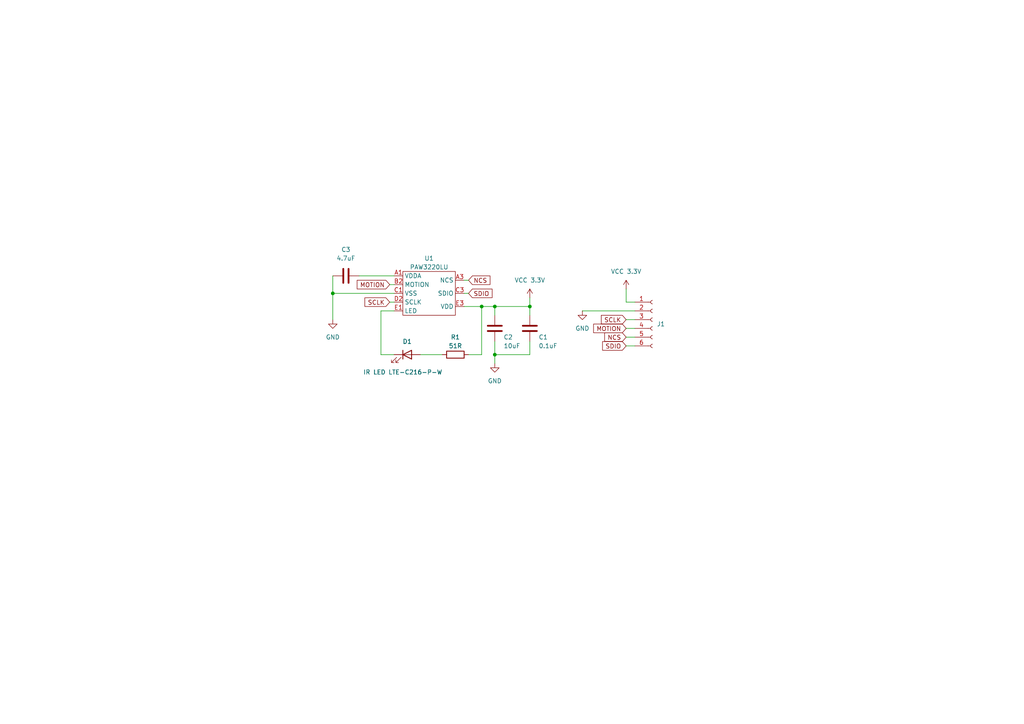
<source format=kicad_sch>
(kicad_sch (version 20231120) (generator "eeschema") (generator_version "8.0")
  (paper "A4")
  (lib_symbols
    (symbol "Connector:Conn_01x06_Socket" (pin_names (offset 1.016) hide)
      (property "Reference" "J" (at 0 7.62 0))
      (property "Value" "Conn_01x06_Socket" (at 0 -10.16 0))
      (symbol "Conn_01x06_Socket_1_1"
        (arc (start 0 -7.112) (mid -0.5058 -7.62) (end 0 -8.128) (stroke (width 0.1524)))
        (arc (start 0 -4.572) (mid -0.5058 -5.08) (end 0 -5.588) (stroke (width 0.1524)))
        (arc (start 0 -2.032) (mid -0.5058 -2.54) (end 0 -3.048) (stroke (width 0.1524)))
        (polyline (pts (xy -1.27 -7.62) (xy -0.508 -7.62)) (stroke (width 0.1524)))
        (polyline (pts (xy -1.27 -5.08) (xy -0.508 -5.08)) (stroke (width 0.1524)))
        (polyline (pts (xy -1.27 -2.54) (xy -0.508 -2.54)) (stroke (width 0.1524)))
        (polyline (pts (xy -1.27 0) (xy -0.508 0)) (stroke (width 0.1524)))
        (polyline (pts (xy -1.27 2.54) (xy -0.508 2.54)) (stroke (width 0.1524)))
        (polyline (pts (xy -1.27 5.08) (xy -0.508 5.08)) (stroke (width 0.1524)))
        (arc (start 0 0.508) (mid -0.5058 0) (end 0 -0.508) (stroke (width 0.1524)))
        (arc (start 0 3.048) (mid -0.5058 2.54) (end 0 2.032) (stroke (width 0.1524)))
        (arc (start 0 5.588) (mid -0.5058 5.08) (end 0 4.572) (stroke (width 0.1524)))
        (pin passive line (at -5.08 5.08 0) (length 3.81) (name "Pin_1") (number "1"))
        (pin passive line (at -5.08 2.54 0) (length 3.81) (name "Pin_2") (number "2"))
        (pin passive line (at -5.08 0 0) (length 3.81) (name "Pin_3") (number "3"))
        (pin passive line (at -5.08 -2.54 0) (length 3.81) (name "Pin_4") (number "4"))
        (pin passive line (at -5.08 -5.08 0) (length 3.81) (name "Pin_5") (number "5"))
        (pin passive line (at -5.08 -7.62 0) (length 3.81) (name "Pin_6") (number "6"))
      )
    )
    (symbol "Device:C" (pin_numbers hide) (pin_names (offset 0.254))
      (property "Reference" "C" (at 0.635 2.54 0))
      (property "Value" "C" (at 0.635 -2.54 0))
      (symbol "C_0_1"
        (polyline (pts (xy -2.032 -0.762) (xy 2.032 -0.762)) (stroke (width 0.508)))
        (polyline (pts (xy -2.032 0.762) (xy 2.032 0.762)) (stroke (width 0.508)))
      )
      (symbol "C_1_1"
        (pin passive line (at 0 3.81 270) (length 2.794) (name "~") (number "1"))
        (pin passive line (at 0 -3.81 90) (length 2.794) (name "~") (number "2"))
      )
    )
    (symbol "Device:LED" (pin_numbers hide) (pin_names (offset 1.016) hide)
      (property "Reference" "D" (at 0 2.54 0))
      (property "Value" "LED" (at 0 -2.54 0))
      (symbol "LED_0_1"
        (polyline (pts (xy -1.27 -1.27) (xy -1.27 1.27)) (stroke (width 0.254)))
        (polyline (pts (xy -1.27 0) (xy 1.27 0)))
        (polyline (pts (xy 1.27 -1.27) (xy 1.27 1.27) (xy -1.27 0) (xy 1.27 -1.27)) (stroke (width 0.254)))
        (polyline (pts (xy -3.048 -0.762) (xy -4.572 -2.286) (xy -3.81 -2.286) (xy -4.572 -2.286) (xy -4.572 -1.524)))
        (polyline (pts (xy -1.778 -0.762) (xy -3.302 -2.286) (xy -2.54 -2.286) (xy -3.302 -2.286) (xy -3.302 -1.524)))
      )
      (symbol "LED_1_1"
        (pin passive line (at -3.81 0 0) (length 2.54) (name "K") (number "1"))
        (pin passive line (at 3.81 0 180) (length 2.54) (name "A") (number "2"))
      )
    )
    (symbol "Device:R" (pin_numbers hide) (pin_names (offset 0))
      (property "Reference" "R" (at 2.032 0 90))
      (property "Value" "R" (at 0 0 90))
      (symbol "R_0_1"
        (rectangle (start -1.016 -2.54) (end 1.016 2.54) (stroke (width 0.254)))
      )
      (symbol "R_1_1"
        (pin passive line (at 0 3.81 270) (length 1.27) (name "~") (number "1"))
        (pin passive line (at 0 -3.81 90) (length 1.27) (name "~") (number "2"))
      )
    )
    (symbol "paw3222:PAW3220LU"
      (property "Reference" "U" (at 0 0 0))
      (symbol "PAW3220LU_0_1"
        (rectangle (start -7.62 6.35) (end 7.62 -6.35))
      )
      (symbol "PAW3220LU_1_1"
        (pin input line (at -10.16 5.08 0) (length 2.54) (name "VDDA") (number "A1"))
        (pin input line (at 10.16 3.81 180) (length 2.54) (name "NCS") (number "A3"))
        (pin output line (at -10.16 2.54 0) (length 2.54) (name "MOTION") (number "B2"))
        (pin input line (at -10.16 0 0) (length 2.54) (name "VSS") (number "C1"))
        (pin bidirectional line (at 10.16 0 180) (length 2.54) (name "SDIO") (number "C3"))
        (pin input line (at -10.16 -2.54 0) (length 2.54) (name "SCLK") (number "D2"))
        (pin input line (at -10.16 -5.08 0) (length 2.54) (name "LED") (number "E1"))
        (pin input line (at 10.16 -3.81 180) (length 2.54) (name "VDD") (number "E3"))
      )
    )
    (symbol "power:GND" (power) (pin_numbers hide) (pin_names (offset 0) hide)
      (property "Value" "GND" (at 0 -3.81 0))
      (symbol "GND_0_1"
        (polyline (pts (xy 0 0) (xy 0 -1.27) (xy 1.27 -1.27) (xy 0 -2.54) (xy -1.27 -1.27) (xy 0 -1.27)))
      )
      (symbol "GND_1_1"
        (pin power_in line (at 0 0 270) (length 0) (name "~") (number "1"))
      )
    )
    (symbol "power:VCC" (power) (pin_numbers hide) (pin_names (offset 0) hide)
      (property "Value" "VCC" (at 0 3.556 0))
      (symbol "VCC_0_1"
        (polyline (pts (xy -0.762 1.27) (xy 0 2.54)))
        (polyline (pts (xy 0 0) (xy 0 2.54)))
        (polyline (pts (xy 0 2.54) (xy 0.762 1.27)))
      )
      (symbol "VCC_1_1"
        (pin power_in line (at 0 0 90) (length 0) (name "~") (number "1"))
      )
    )
  )
  (junction (at 143.51 88.9))
  (junction (at 153.67 88.9))
  (junction (at 96.52 85.09))
  (junction (at 139.7 88.9))
  (junction (at 143.51 102.87))
  (wire (pts (xy 96.52 80.01) (xy 96.52 85.09)))
  (wire (pts (xy 153.67 86.36) (xy 153.67 88.9)))
  (wire (pts (xy 110.49 90.17) (xy 114.3 90.17)))
  (wire (pts (xy 139.7 88.9) (xy 134.62 88.9)))
  (wire (pts (xy 143.51 88.9) (xy 153.67 88.9)))
  (wire (pts (xy 96.52 85.09) (xy 96.52 92.71)))
  (wire (pts (xy 181.61 100.33) (xy 184.15 100.33)))
  (wire (pts (xy 143.51 88.9) (xy 143.51 91.44)))
  (wire (pts (xy 181.61 95.25) (xy 184.15 95.25)))
  (wire (pts (xy 114.3 102.87) (xy 110.49 102.87)))
  (wire (pts (xy 96.52 85.09) (xy 114.3 85.09)))
  (wire (pts (xy 153.67 99.06) (xy 153.67 102.87)))
  (wire (pts (xy 181.61 97.79) (xy 184.15 97.79)))
  (wire (pts (xy 153.67 88.9) (xy 153.67 91.44)))
  (wire (pts (xy 135.89 81.28) (xy 134.62 81.28)))
  (wire (pts (xy 184.15 87.63) (xy 181.61 87.63)))
  (wire (pts (xy 110.49 102.87) (xy 110.49 90.17)))
  (wire (pts (xy 143.51 102.87) (xy 143.51 105.41)))
  (wire (pts (xy 135.89 102.87) (xy 139.7 102.87)))
  (wire (pts (xy 135.89 85.09) (xy 134.62 85.09)))
  (wire (pts (xy 113.03 87.63) (xy 114.3 87.63)))
  (wire (pts (xy 168.91 90.17) (xy 184.15 90.17)))
  (wire (pts (xy 181.61 92.71) (xy 184.15 92.71)))
  (wire (pts (xy 114.3 82.55) (xy 113.03 82.55)))
  (wire (pts (xy 139.7 88.9) (xy 143.51 88.9)))
  (wire (pts (xy 104.14 80.01) (xy 114.3 80.01)))
  (wire (pts (xy 143.51 99.06) (xy 143.51 102.87)))
  (wire (pts (xy 139.7 102.87) (xy 139.7 88.9)))
  (wire (pts (xy 181.61 87.63) (xy 181.61 83.82)))
  (wire (pts (xy 153.67 102.87) (xy 143.51 102.87)))
  (wire (pts (xy 121.92 102.87) (xy 128.27 102.87)))
  (global_label "SCLK" (shape input) (at 181.61 92.71 180) (property "Intersheetrefs" "${INTERSHEET_REFS}" (effects (hide yes))))
  (global_label "MOTION" (shape input) (at 113.03 82.55 180) (property "Intersheetrefs" "${INTERSHEET_REFS}" (effects (hide yes))))
  (global_label "NCS" (shape input) (at 181.61 97.79 180) (property "Intersheetrefs" "${INTERSHEET_REFS}" (effects (hide yes))))
  (global_label "SDIO" (shape input) (at 181.61 100.33 180) (property "Intersheetrefs" "${INTERSHEET_REFS}" (effects (hide yes))))
  (global_label "SDIO" (shape input) (at 135.89 85.09 0) (property "Intersheetrefs" "${INTERSHEET_REFS}" (effects (hide yes))))
  (global_label "MOTION" (shape input) (at 181.61 95.25 180) (property "Intersheetrefs" "${INTERSHEET_REFS}" (effects (hide yes))))
  (global_label "SCLK" (shape input) (at 113.03 87.63 180) (property "Intersheetrefs" "${INTERSHEET_REFS}" (effects (hide yes))))
  (global_label "NCS" (shape input) (at 135.89 81.28 0) (property "Intersheetrefs" "${INTERSHEET_REFS}" (effects (hide yes))))
  (symbol (lib_id "Device:LED") (at 118.11 102.87 0) (unit 1)
    (property "Reference" "D1" (at 118.11 99.06 0))
    (property "Value" "IR LED LTE-C216-P-W" (at 116.84 107.95 0))
    (property "Footprint" "paw3222:LTE-C216-P-W" (effects (hide yes)))
    (property "Description" "Light emitting diode" (effects (hide yes)))
    (property "LCSC" "C2942980" (effects (hide yes)))
  )
  (symbol (lib_id "power:VCC") (at 153.67 86.36 0) (unit 1)
    (property "Reference" "#PWR04" (effects (hide yes)))
    (property "Value" "VCC 3.3V" (at 153.67 81.28 0))
    (property "Description" "Power symbol creates a global label with name \"VCC\"" (effects (hide yes)))
  )
  (symbol (lib_id "paw3222:PAW3220LU") (at 124.46 85.09 0) (unit 1)
    (property "Reference" "U1" (at 124.46 74.93 0))
    (property "Value" "PAW3220LU" (at 124.46 77.47 0))
    (property "Footprint" "paw3222:PAW3222LU" (effects (hide yes)))
    (property "LCSC" "C9900022540" (effects (hide yes)))
  )
  (symbol (lib_id "Device:C") (at 143.51 95.25 0) (unit 1)
    (property "Reference" "C2" (at 146.05 97.79 0) (effects (justify left)))
    (property "Value" "10uF" (at 146.05 100.33 0) (effects (justify left)))
    (property "Footprint" "Capacitor_SMD:C_0402_1005Metric" (effects (hide yes)))
    (property "Description" "Unpolarized capacitor" (effects (hide yes)))
  )
  (symbol (lib_id "Device:C") (at 153.67 95.25 0) (unit 1)
    (property "Reference" "C1" (at 156.21 97.79 0) (effects (justify left)))
    (property "Value" "0.1uF" (at 156.21 100.33 0) (effects (justify left)))
    (property "Footprint" "Capacitor_SMD:C_0402_1005Metric" (effects (hide yes)))
    (property "Description" "Unpolarized capacitor" (effects (hide yes)))
  )
  (symbol (lib_id "power:VCC") (at 181.61 83.82 0) (unit 1)
    (property "Reference" "#PWR07" (effects (hide yes)))
    (property "Value" "VCC 3.3V" (at 181.61 78.74 0))
    (property "Description" "Power symbol creates a global label with name \"VCC\"" (effects (hide yes)))
  )
  (symbol (lib_id "power:GND") (at 96.52 92.71 0) (unit 1)
    (property "Reference" "#PWR02" (effects (hide yes)))
    (property "Value" "GND" (at 96.52 97.79 0))
    (property "Description" "Power symbol creates a global label with name \"GND\" , ground" (effects (hide yes)))
  )
  (symbol (lib_id "Device:C") (at 100.33 80.01 270) (unit 1)
    (property "Reference" "C3" (at 100.33 72.39 90))
    (property "Value" "4.7uF" (at 100.33 74.93 90))
    (property "Footprint" "Capacitor_SMD:C_0402_1005Metric" (effects (hide yes)))
    (property "Description" "Unpolarized capacitor" (effects (hide yes)))
  )
  (symbol (lib_id "Connector:Conn_01x06_Socket") (at 189.23 92.71 0) (unit 1)
    (property "Reference" "J1" (at 190.5 93.9799 0) (effects (justify left)))
    (property "Value" "Conn_01x06_Socket" (effects (hide yes)))
    (property "Footprint" "Connector_PinHeader_1.27mm:PinHeader_1x06_P1.27mm_Vertical" (effects (hide yes)))
    (property "Description" "Generic connector, single row, 01x06, script generated" (effects (hide yes)))
  )
  (symbol (lib_id "Device:R") (at 132.08 102.87 90) (unit 1)
    (property "Reference" "R1" (at 132.08 97.79 90))
    (property "Value" "51R" (at 132.08 100.33 90))
    (property "Footprint" "Resistor_SMD:R_0402_1005Metric" (effects (hide yes)))
    (property "Description" "Resistor" (effects (hide yes)))
  )
  (symbol (lib_id "power:GND") (at 143.51 105.41 0) (unit 1)
    (property "Reference" "#PWR01" (effects (hide yes)))
    (property "Value" "GND" (at 143.51 110.49 0))
    (property "Description" "Power symbol creates a global label with name \"GND\" , ground" (effects (hide yes)))
  )
  (symbol (lib_id "power:GND") (at 168.91 90.17 0) (unit 1)
    (property "Reference" "#PWR06" (effects (hide yes)))
    (property "Value" "GND" (at 168.91 95.25 0))
    (property "Description" "Power symbol creates a global label with name \"GND\" , ground" (effects (hide yes)))
  )
)
</source>
